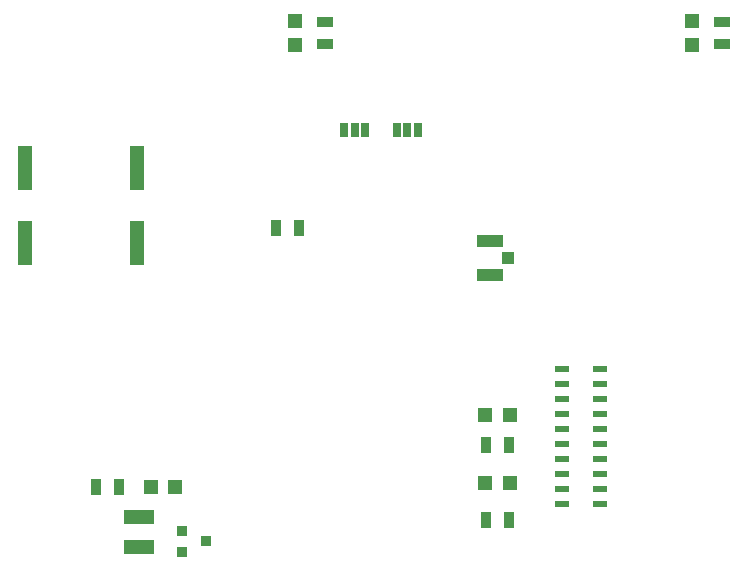
<source format=gtp>
G04 (created by PCBNEW-RS274X (2011-nov-12)-testing) date Thu 19 Jan 2012 10:10:30 PM EST*
G01*
G70*
G90*
%MOIN*%
G04 Gerber Fmt 3.4, Leading zero omitted, Abs format*
%FSLAX34Y34*%
G04 APERTURE LIST*
%ADD10C,0.006000*%
%ADD11R,0.025000X0.050000*%
%ADD12R,0.047200X0.149600*%
%ADD13R,0.035000X0.055000*%
%ADD14R,0.055000X0.035000*%
%ADD15R,0.047200X0.047200*%
%ADD16R,0.050000X0.020000*%
%ADD17R,0.100000X0.050000*%
%ADD18R,0.041300X0.039400*%
%ADD19R,0.086600X0.041300*%
%ADD20R,0.036000X0.036000*%
G04 APERTURE END LIST*
G54D10*
G54D11*
X16400Y18750D03*
X16750Y18750D03*
X17100Y18750D03*
X18150Y18750D03*
X18500Y18750D03*
X18850Y18750D03*
G54D12*
X09500Y17500D03*
X09500Y15000D03*
X05750Y17500D03*
X05750Y15000D03*
G54D13*
X14875Y15500D03*
X14125Y15500D03*
G54D14*
X29000Y22375D03*
X29000Y21625D03*
G54D13*
X08875Y06850D03*
X08125Y06850D03*
X21125Y08250D03*
X21875Y08250D03*
X21125Y05750D03*
X21875Y05750D03*
G54D14*
X15750Y22375D03*
X15750Y21625D03*
G54D15*
X28000Y21587D03*
X28000Y22413D03*
X10763Y06850D03*
X09937Y06850D03*
X21913Y09250D03*
X21087Y09250D03*
X21913Y07000D03*
X21087Y07000D03*
X14750Y21587D03*
X14750Y22413D03*
G54D16*
X24932Y10815D03*
X24932Y10315D03*
X24932Y09815D03*
X24932Y09315D03*
X24932Y08815D03*
X24932Y08315D03*
X24932Y07815D03*
X24932Y07315D03*
X24932Y06815D03*
X24932Y06315D03*
X23661Y06315D03*
X23661Y06815D03*
X23661Y07315D03*
X23661Y07815D03*
X23661Y08315D03*
X23661Y08815D03*
X23661Y09315D03*
X23661Y09815D03*
X23661Y10315D03*
X23661Y10815D03*
G54D17*
X09550Y05850D03*
X09550Y04850D03*
G54D18*
X21841Y14500D03*
G54D19*
X21250Y15071D03*
X21250Y13929D03*
G54D20*
X11000Y04700D03*
X11000Y05400D03*
X11800Y05050D03*
M02*

</source>
